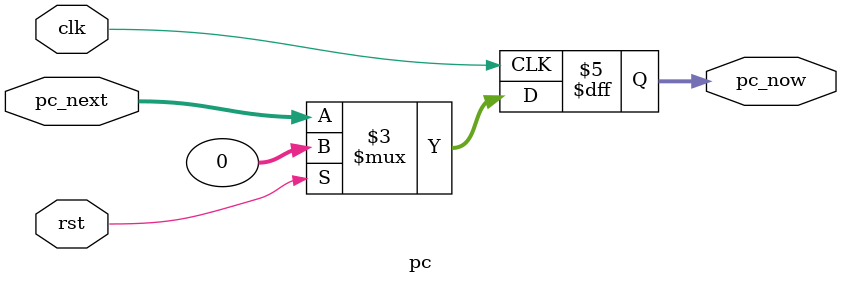
<source format=v>
`timescale 1ns / 1ps


module pc (
    input             clk,
    input             rst,
    input      [31:0] pc_next,
    output reg [31:0] pc_now
);

  always @(posedge clk) begin
    if (rst) begin
      pc_now <= 32'b0;
    end else begin
      pc_now <= pc_next;
    end
  end
endmodule

</source>
